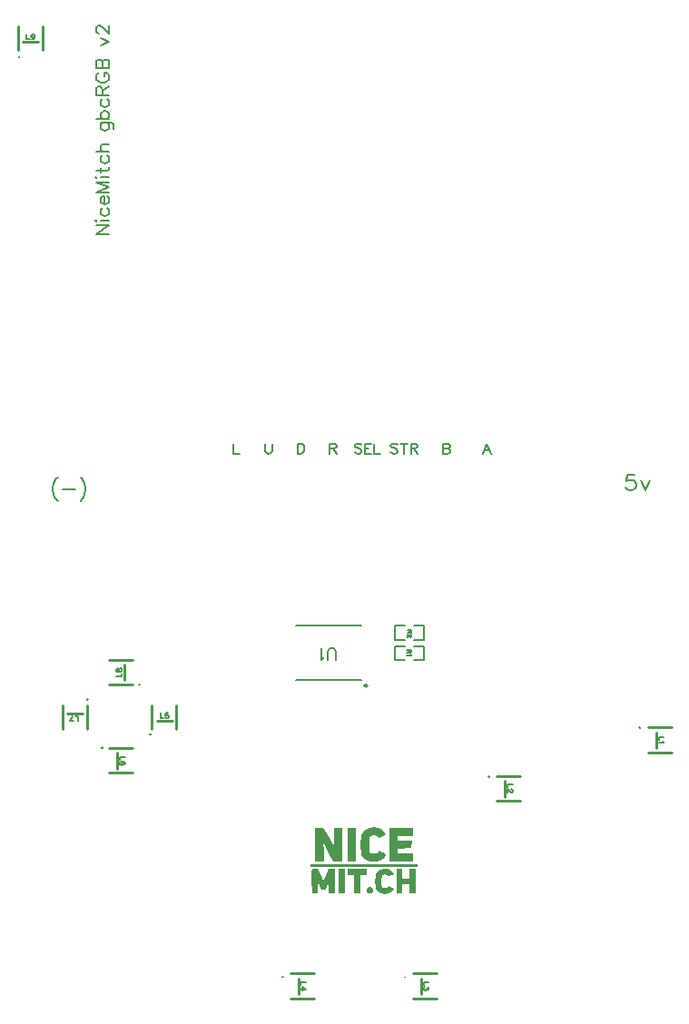
<source format=gto>
G04 Layer: TopSilkLayer*
G04 EasyEDA v6.4.25, 2021-10-22T16:38:50--7:00*
G04 a8c8939794724f679426a10ff434762e,1286d1f709c949e68cfeef46812bcf49,10*
G04 Gerber Generator version 0.2*
G04 Scale: 100 percent, Rotated: No, Reflected: No *
G04 Dimensions in millimeters *
G04 leading zeros omitted , absolute positions ,4 integer and 5 decimal *
%FSLAX45Y45*%
%MOMM*%

%ADD11C,0.2540*%
%ADD24C,0.1524*%
%ADD25C,0.2032*%
%ADD26C,0.1800*%
%ADD27C,0.1500*%

%LPD*%
G36*
X1792579Y1676806D02*
G01*
X1785366Y1676755D01*
X1778000Y1676400D01*
X1770938Y1675688D01*
X1764030Y1674622D01*
X1757172Y1673250D01*
X1750415Y1671472D01*
X1743862Y1669389D01*
X1737410Y1667002D01*
X1731162Y1664309D01*
X1725117Y1661363D01*
X1719275Y1658061D01*
X1713687Y1654556D01*
X1708302Y1650746D01*
X1703222Y1646732D01*
X1698396Y1642465D01*
X1693875Y1637995D01*
X1689709Y1633321D01*
X1685848Y1628444D01*
X1682343Y1623364D01*
X1679193Y1618132D01*
X1676501Y1612747D01*
X1674164Y1607210D01*
X1672386Y1600860D01*
X1670913Y1592224D01*
X1669694Y1581556D01*
X1668729Y1569313D01*
X1668018Y1555750D01*
X1667611Y1541221D01*
X1667510Y1510639D01*
X1668424Y1480362D01*
X1669237Y1466138D01*
X1670253Y1452981D01*
X1671523Y1441246D01*
X1673047Y1431290D01*
X1674723Y1423416D01*
X1676654Y1417980D01*
X1681683Y1409090D01*
X1687525Y1400860D01*
X1690725Y1397000D01*
X1697685Y1389837D01*
X1705254Y1383334D01*
X1713382Y1377594D01*
X1722069Y1372514D01*
X1731213Y1368094D01*
X1740662Y1364437D01*
X1750517Y1361490D01*
X1760575Y1359204D01*
X1770786Y1357630D01*
X1781149Y1356817D01*
X1786331Y1356614D01*
X1796745Y1356817D01*
X1807108Y1357731D01*
X1817319Y1359357D01*
X1827377Y1361694D01*
X1837131Y1364742D01*
X1846630Y1368501D01*
X1855724Y1373022D01*
X1864309Y1378204D01*
X1868474Y1381048D01*
X1876298Y1387297D01*
X1883511Y1394307D01*
X1890014Y1401978D01*
X1893011Y1406093D01*
X1895805Y1410411D01*
X1900580Y1418894D01*
X1902002Y1421892D01*
X1902155Y1424381D01*
X1900580Y1426718D01*
X1896922Y1429258D01*
X1890674Y1432458D01*
X1836674Y1457045D01*
X1829816Y1448358D01*
X1825904Y1444091D01*
X1821535Y1440434D01*
X1816658Y1437335D01*
X1811426Y1434846D01*
X1805889Y1432915D01*
X1800148Y1431544D01*
X1794306Y1430731D01*
X1788464Y1430477D01*
X1782673Y1430832D01*
X1777034Y1431747D01*
X1771650Y1433220D01*
X1766519Y1435252D01*
X1761845Y1437843D01*
X1757680Y1440992D01*
X1754124Y1444752D01*
X1751177Y1449019D01*
X1750466Y1451102D01*
X1749298Y1459433D01*
X1748332Y1472184D01*
X1747672Y1488236D01*
X1747266Y1506169D01*
X1747164Y1524812D01*
X1747316Y1542897D01*
X1747824Y1559052D01*
X1748586Y1572107D01*
X1749653Y1580743D01*
X1750364Y1583029D01*
X1752854Y1587296D01*
X1756105Y1591106D01*
X1759966Y1594358D01*
X1764436Y1597152D01*
X1769364Y1599387D01*
X1774647Y1601165D01*
X1780286Y1602333D01*
X1786128Y1603044D01*
X1792071Y1603197D01*
X1798066Y1602790D01*
X1804060Y1601876D01*
X1809902Y1600352D01*
X1815541Y1598320D01*
X1820875Y1595678D01*
X1825853Y1592478D01*
X1830324Y1588719D01*
X1839823Y1579575D01*
X1879396Y1595120D01*
X1891538Y1600098D01*
X1895602Y1602079D01*
X1898497Y1603959D01*
X1900275Y1605838D01*
X1901037Y1607870D01*
X1900885Y1610106D01*
X1899818Y1612798D01*
X1895602Y1619910D01*
X1888845Y1629968D01*
X1884934Y1635048D01*
X1880717Y1639874D01*
X1876298Y1644396D01*
X1871624Y1648663D01*
X1866747Y1652625D01*
X1861616Y1656283D01*
X1856282Y1659686D01*
X1850694Y1662785D01*
X1844954Y1665579D01*
X1839010Y1668068D01*
X1832914Y1670253D01*
X1826564Y1672132D01*
X1820113Y1673707D01*
X1813458Y1674977D01*
X1806651Y1675892D01*
X1799691Y1676501D01*
G37*
G36*
X1934870Y1672691D02*
G01*
X1934870Y1361135D01*
X2151888Y1361135D01*
X2151888Y1433931D01*
X2014067Y1433931D01*
X2014067Y1480413D01*
X2141626Y1481988D01*
X2143302Y1550416D01*
X2014067Y1550416D01*
X2014067Y1596999D01*
X2151888Y1596999D01*
X2151888Y1672691D01*
G37*
G36*
X1544878Y1672691D02*
G01*
X1544878Y1361135D01*
X1624025Y1361135D01*
X1624025Y1672691D01*
G37*
G36*
X1242822Y1672691D02*
G01*
X1242822Y1361135D01*
X1324914Y1361135D01*
X1324559Y1446276D01*
X1323746Y1471980D01*
X1323136Y1482953D01*
X1321358Y1502054D01*
X1316431Y1534312D01*
X1316126Y1537919D01*
X1316278Y1540002D01*
X1316786Y1540611D01*
X1317802Y1539697D01*
X1321308Y1533398D01*
X1332077Y1509420D01*
X1340713Y1491894D01*
X1352956Y1468628D01*
X1370990Y1436014D01*
X1414119Y1361135D01*
X1494993Y1361135D01*
X1494993Y1672691D01*
X1415846Y1672691D01*
X1415897Y1584147D01*
X1416405Y1554175D01*
X1417523Y1530959D01*
X1418285Y1521409D01*
X1419250Y1513078D01*
X1422755Y1491538D01*
X1423720Y1483156D01*
X1423619Y1481074D01*
X1423060Y1480515D01*
X1422095Y1481328D01*
X1420672Y1483664D01*
X1416354Y1492605D01*
X1406906Y1514398D01*
X1400606Y1528064D01*
X1393037Y1543202D01*
X1383131Y1561846D01*
X1351838Y1617675D01*
X1320546Y1672691D01*
G37*
G36*
X1201775Y1334922D02*
G01*
X1201775Y1311656D01*
X2201773Y1311656D01*
X2201773Y1334922D01*
G37*
G36*
X1892960Y1290777D02*
G01*
X1886457Y1290472D01*
X1879904Y1289812D01*
X1873300Y1288745D01*
X1866646Y1287272D01*
X1859991Y1285341D01*
X1854657Y1283512D01*
X1849526Y1281328D01*
X1844548Y1278839D01*
X1839772Y1276045D01*
X1835251Y1272997D01*
X1830933Y1269746D01*
X1826920Y1266190D01*
X1823161Y1262430D01*
X1819656Y1258468D01*
X1816557Y1254302D01*
X1813712Y1249934D01*
X1811274Y1245412D01*
X1810004Y1242314D01*
X1808835Y1238504D01*
X1806854Y1228801D01*
X1805330Y1216863D01*
X1804263Y1203248D01*
X1803603Y1188567D01*
X1803349Y1173276D01*
X1803603Y1157986D01*
X1804263Y1143254D01*
X1805381Y1129690D01*
X1806905Y1117803D01*
X1808886Y1108100D01*
X1810054Y1104290D01*
X1811324Y1101242D01*
X1813763Y1096772D01*
X1816506Y1092555D01*
X1819554Y1088542D01*
X1822805Y1084732D01*
X1826361Y1081227D01*
X1830120Y1077925D01*
X1834083Y1074826D01*
X1842566Y1069441D01*
X1847088Y1067054D01*
X1856536Y1063091D01*
X1861413Y1061466D01*
X1871522Y1058926D01*
X1881886Y1057402D01*
X1892350Y1056843D01*
X1902866Y1057249D01*
X1913229Y1058722D01*
X1918360Y1059789D01*
X1928266Y1062736D01*
X1937816Y1066698D01*
X1946706Y1071676D01*
X1950923Y1074572D01*
X1954936Y1077722D01*
X1958746Y1081074D01*
X1962353Y1084732D01*
X1965706Y1088694D01*
X1972056Y1097788D01*
X1974138Y1101648D01*
X1974900Y1104747D01*
X1974138Y1107440D01*
X1971700Y1109980D01*
X1967331Y1112621D01*
X1960880Y1115771D01*
X1928571Y1129944D01*
X1918360Y1120343D01*
X1914194Y1117092D01*
X1909622Y1114501D01*
X1904695Y1112621D01*
X1899513Y1111453D01*
X1894281Y1110894D01*
X1889048Y1111046D01*
X1883918Y1111859D01*
X1879092Y1113282D01*
X1874621Y1115314D01*
X1870608Y1118006D01*
X1867255Y1121257D01*
X1864614Y1125118D01*
X1863547Y1128064D01*
X1862683Y1132382D01*
X1861972Y1137920D01*
X1861210Y1151737D01*
X1861057Y1167841D01*
X1861566Y1184706D01*
X1862632Y1200556D01*
X1864258Y1213866D01*
X1865274Y1218996D01*
X1866392Y1222857D01*
X1867611Y1225296D01*
X1871116Y1229004D01*
X1875129Y1232052D01*
X1879549Y1234440D01*
X1884324Y1236167D01*
X1889353Y1237234D01*
X1894484Y1237589D01*
X1899666Y1237335D01*
X1904796Y1236370D01*
X1909825Y1234795D01*
X1914601Y1232509D01*
X1919020Y1229563D01*
X1922983Y1225905D01*
X1929587Y1218946D01*
X1959457Y1231493D01*
X1966112Y1234541D01*
X1970684Y1237030D01*
X1973427Y1239316D01*
X1974545Y1241653D01*
X1974240Y1244295D01*
X1972767Y1247495D01*
X1970328Y1251559D01*
X1966975Y1256487D01*
X1963318Y1261160D01*
X1959305Y1265478D01*
X1954987Y1269492D01*
X1950415Y1273149D01*
X1945538Y1276502D01*
X1940458Y1279499D01*
X1935124Y1282192D01*
X1929587Y1284478D01*
X1923846Y1286459D01*
X1917954Y1288084D01*
X1911908Y1289304D01*
X1905711Y1290167D01*
X1899412Y1290675D01*
G37*
G36*
X1999386Y1288338D02*
G01*
X1999386Y1058316D01*
X2058060Y1058316D01*
X2058060Y1145692D01*
X2122424Y1145692D01*
X2124049Y1059789D01*
X2181250Y1058113D01*
X2181250Y1288338D01*
X2122576Y1288338D01*
X2122576Y1201013D01*
X2058060Y1201013D01*
X2058060Y1288338D01*
G37*
G36*
X1541932Y1288338D02*
G01*
X1541932Y1233017D01*
X1603502Y1233017D01*
X1603502Y1058316D01*
X1662175Y1058316D01*
X1662175Y1233017D01*
X1723745Y1233017D01*
X1723745Y1288338D01*
G37*
G36*
X1462735Y1288338D02*
G01*
X1462735Y1058113D01*
X1519936Y1059789D01*
X1521460Y1288338D01*
G37*
G36*
X1367129Y1288338D02*
G01*
X1330147Y1202385D01*
X1326286Y1194257D01*
X1322984Y1188872D01*
X1321511Y1187145D01*
X1320088Y1186129D01*
X1318666Y1185824D01*
X1317294Y1186129D01*
X1315872Y1187145D01*
X1314399Y1188821D01*
X1311148Y1194257D01*
X1307338Y1202334D01*
X1270660Y1288237D01*
X1228852Y1288135D01*
X1219708Y1287475D01*
X1214170Y1286357D01*
X1211884Y1284681D01*
X1211478Y1277874D01*
X1211224Y1261110D01*
X1211072Y1205484D01*
X1212037Y1059789D01*
X1269847Y1058113D01*
X1268577Y1124356D01*
X1268374Y1158595D01*
X1268526Y1166571D01*
X1268730Y1167485D01*
X1273556Y1156258D01*
X1297940Y1094740D01*
X1338630Y1093012D01*
X1362811Y1154582D01*
X1367231Y1165047D01*
X1369872Y1170736D01*
X1370330Y1171346D01*
X1370482Y1169009D01*
X1369618Y1155344D01*
X1368298Y1140053D01*
X1367383Y1126490D01*
X1366672Y1111351D01*
X1366266Y1096416D01*
X1365961Y1058316D01*
X1424635Y1058316D01*
X1424635Y1288338D01*
G37*
G36*
X1751584Y1121968D02*
G01*
X1745589Y1121359D01*
X1739544Y1119530D01*
X1734057Y1116431D01*
X1729435Y1112113D01*
X1725675Y1106779D01*
X1722932Y1100683D01*
X1721357Y1094232D01*
X1720900Y1087526D01*
X1721815Y1081024D01*
X1724101Y1074877D01*
X1726895Y1070406D01*
X1730248Y1066647D01*
X1734108Y1063599D01*
X1738325Y1061262D01*
X1742846Y1059637D01*
X1747520Y1058672D01*
X1752295Y1058367D01*
X1757070Y1058722D01*
X1761743Y1059688D01*
X1766265Y1061313D01*
X1770481Y1063498D01*
X1774342Y1066342D01*
X1777695Y1069746D01*
X1780539Y1073708D01*
X1782673Y1078230D01*
X1784096Y1083310D01*
X1784705Y1089558D01*
X1784146Y1095502D01*
X1782572Y1101039D01*
X1780082Y1106170D01*
X1776730Y1110691D01*
X1772716Y1114602D01*
X1768043Y1117752D01*
X1762912Y1120089D01*
X1757375Y1121562D01*
G37*
D25*
X4221988Y4964684D02*
G01*
X4153915Y4964684D01*
X4147058Y4903215D01*
X4153915Y4910073D01*
X4174236Y4916931D01*
X4194809Y4916931D01*
X4215129Y4910073D01*
X4228845Y4896357D01*
X4235704Y4876037D01*
X4235704Y4862321D01*
X4228845Y4842002D01*
X4215129Y4828286D01*
X4194809Y4821428D01*
X4174236Y4821428D01*
X4153915Y4828286D01*
X4147058Y4835144D01*
X4140200Y4848860D01*
X4280661Y4916931D02*
G01*
X4321556Y4821428D01*
X4362450Y4916931D02*
G01*
X4321556Y4821428D01*
X-1158747Y4941062D02*
G01*
X-1172463Y4927600D01*
X-1185926Y4907026D01*
X-1199642Y4879847D01*
X-1206500Y4845557D01*
X-1206500Y4818379D01*
X-1199642Y4784344D01*
X-1185926Y4757165D01*
X-1172463Y4736592D01*
X-1158747Y4722876D01*
X-1113789Y4832095D02*
G01*
X-991107Y4832095D01*
X-946150Y4941062D02*
G01*
X-932434Y4927600D01*
X-918718Y4907026D01*
X-905255Y4879847D01*
X-898397Y4845557D01*
X-898397Y4818379D01*
X-905255Y4784344D01*
X-918718Y4757165D01*
X-932434Y4736592D01*
X-946150Y4722876D01*
X-801156Y7207514D02*
G01*
X-677204Y7207514D01*
X-801156Y7207514D02*
G01*
X-677204Y7290064D01*
X-801156Y7290064D02*
G01*
X-677204Y7290064D01*
X-801156Y7329180D02*
G01*
X-795314Y7335022D01*
X-801156Y7341118D01*
X-806998Y7335022D01*
X-801156Y7329180D01*
X-759754Y7335022D02*
G01*
X-677204Y7335022D01*
X-741974Y7450846D02*
G01*
X-753912Y7439162D01*
X-759754Y7427224D01*
X-759754Y7409444D01*
X-753912Y7397760D01*
X-741974Y7385822D01*
X-724448Y7379980D01*
X-712510Y7379980D01*
X-694730Y7385822D01*
X-683046Y7397760D01*
X-677204Y7409444D01*
X-677204Y7427224D01*
X-683046Y7439162D01*
X-694730Y7450846D01*
X-724448Y7489962D02*
G01*
X-724448Y7560828D01*
X-736132Y7560828D01*
X-748070Y7554986D01*
X-753912Y7548890D01*
X-759754Y7537206D01*
X-759754Y7519426D01*
X-753912Y7507742D01*
X-741974Y7495804D01*
X-724448Y7489962D01*
X-712510Y7489962D01*
X-694730Y7495804D01*
X-683046Y7507742D01*
X-677204Y7519426D01*
X-677204Y7537206D01*
X-683046Y7548890D01*
X-694730Y7560828D01*
X-801156Y7599690D02*
G01*
X-677204Y7599690D01*
X-801156Y7599690D02*
G01*
X-677204Y7647188D01*
X-801156Y7694432D02*
G01*
X-677204Y7647188D01*
X-801156Y7694432D02*
G01*
X-677204Y7694432D01*
X-801156Y7733294D02*
G01*
X-795314Y7739390D01*
X-801156Y7745232D01*
X-806998Y7739390D01*
X-801156Y7733294D01*
X-759754Y7739390D02*
G01*
X-677204Y7739390D01*
X-801156Y7801874D02*
G01*
X-700826Y7801874D01*
X-683046Y7807716D01*
X-677204Y7819654D01*
X-677204Y7831338D01*
X-759754Y7784094D02*
G01*
X-759754Y7825496D01*
X-741974Y7941320D02*
G01*
X-753912Y7929636D01*
X-759754Y7917698D01*
X-759754Y7899918D01*
X-753912Y7888234D01*
X-741974Y7876296D01*
X-724448Y7870454D01*
X-712510Y7870454D01*
X-694730Y7876296D01*
X-683046Y7888234D01*
X-677204Y7899918D01*
X-677204Y7917698D01*
X-683046Y7929636D01*
X-694730Y7941320D01*
X-801156Y7980436D02*
G01*
X-677204Y7980436D01*
X-736132Y7980436D02*
G01*
X-753912Y7998216D01*
X-759754Y8009900D01*
X-759754Y8027680D01*
X-753912Y8039364D01*
X-736132Y8045460D01*
X-677204Y8045460D01*
X-759754Y8246374D02*
G01*
X-665266Y8246374D01*
X-647486Y8240278D01*
X-641644Y8234436D01*
X-635802Y8222752D01*
X-635802Y8204972D01*
X-641644Y8193034D01*
X-741974Y8246374D02*
G01*
X-753912Y8234436D01*
X-759754Y8222752D01*
X-759754Y8204972D01*
X-753912Y8193034D01*
X-741974Y8181350D01*
X-724448Y8175254D01*
X-712510Y8175254D01*
X-694730Y8181350D01*
X-683046Y8193034D01*
X-677204Y8204972D01*
X-677204Y8222752D01*
X-683046Y8234436D01*
X-694730Y8246374D01*
X-801156Y8285236D02*
G01*
X-677204Y8285236D01*
X-741974Y8285236D02*
G01*
X-753912Y8297174D01*
X-759754Y8308858D01*
X-759754Y8326638D01*
X-753912Y8338576D01*
X-741974Y8350260D01*
X-724448Y8356102D01*
X-712510Y8356102D01*
X-694730Y8350260D01*
X-683046Y8338576D01*
X-677204Y8326638D01*
X-677204Y8308858D01*
X-683046Y8297174D01*
X-694730Y8285236D01*
X-741974Y8466084D02*
G01*
X-753912Y8454146D01*
X-759754Y8442462D01*
X-759754Y8424682D01*
X-753912Y8412998D01*
X-741974Y8401060D01*
X-724448Y8395218D01*
X-712510Y8395218D01*
X-694730Y8401060D01*
X-683046Y8412998D01*
X-677204Y8424682D01*
X-677204Y8442462D01*
X-683046Y8454146D01*
X-694730Y8466084D01*
X-801156Y8505200D02*
G01*
X-677204Y8505200D01*
X-801156Y8505200D02*
G01*
X-801156Y8558286D01*
X-795314Y8576066D01*
X-789472Y8581908D01*
X-777534Y8587750D01*
X-765850Y8587750D01*
X-753912Y8581908D01*
X-748070Y8576066D01*
X-741974Y8558286D01*
X-741974Y8505200D01*
X-741974Y8546348D02*
G01*
X-677204Y8587750D01*
X-771692Y8715512D02*
G01*
X-783376Y8709670D01*
X-795314Y8697732D01*
X-801156Y8685794D01*
X-801156Y8662172D01*
X-795314Y8650488D01*
X-783376Y8638550D01*
X-771692Y8632708D01*
X-753912Y8626866D01*
X-724448Y8626866D01*
X-706668Y8632708D01*
X-694730Y8638550D01*
X-683046Y8650488D01*
X-677204Y8662172D01*
X-677204Y8685794D01*
X-683046Y8697732D01*
X-694730Y8709670D01*
X-706668Y8715512D01*
X-724448Y8715512D01*
X-724448Y8685794D02*
G01*
X-724448Y8715512D01*
X-801156Y8754374D02*
G01*
X-677204Y8754374D01*
X-801156Y8754374D02*
G01*
X-801156Y8807714D01*
X-795314Y8825240D01*
X-789472Y8831336D01*
X-777534Y8837178D01*
X-765850Y8837178D01*
X-753912Y8831336D01*
X-748070Y8825240D01*
X-741974Y8807714D01*
X-741974Y8754374D02*
G01*
X-741974Y8807714D01*
X-736132Y8825240D01*
X-730290Y8831336D01*
X-718352Y8837178D01*
X-700826Y8837178D01*
X-688888Y8831336D01*
X-683046Y8825240D01*
X-677204Y8807714D01*
X-677204Y8754374D01*
X-759754Y8967226D02*
G01*
X-677204Y9002532D01*
X-759754Y9038092D02*
G01*
X-677204Y9002532D01*
X-771692Y9083050D02*
G01*
X-777534Y9083050D01*
X-789472Y9088892D01*
X-795314Y9094734D01*
X-801156Y9106672D01*
X-801156Y9130294D01*
X-795314Y9141978D01*
X-789472Y9148074D01*
X-777534Y9153916D01*
X-765850Y9153916D01*
X-753912Y9148074D01*
X-736132Y9136136D01*
X-677204Y9077208D01*
X-677204Y9159758D01*
D26*
X482600Y5256529D02*
G01*
X482600Y5161534D01*
X482600Y5161534D02*
G01*
X536955Y5161534D01*
X775715Y5256529D02*
G01*
X775715Y5188712D01*
X780287Y5175250D01*
X789178Y5166105D01*
X802894Y5161534D01*
X811784Y5161534D01*
X825500Y5166105D01*
X834389Y5175250D01*
X838962Y5188712D01*
X838962Y5256529D01*
X1077721Y5256529D02*
G01*
X1077721Y5161534D01*
X1077721Y5256529D02*
G01*
X1109471Y5256529D01*
X1122934Y5251957D01*
X1132078Y5243068D01*
X1136650Y5233923D01*
X1141221Y5220462D01*
X1141221Y5197855D01*
X1136650Y5184139D01*
X1132078Y5175250D01*
X1122934Y5166105D01*
X1109471Y5161534D01*
X1077721Y5161534D01*
X1379981Y5256529D02*
G01*
X1379981Y5161534D01*
X1379981Y5256529D02*
G01*
X1420621Y5256529D01*
X1434084Y5251957D01*
X1438655Y5247639D01*
X1443228Y5238495D01*
X1443228Y5229352D01*
X1438655Y5220462D01*
X1434084Y5215889D01*
X1420621Y5211318D01*
X1379981Y5211318D01*
X1411478Y5211318D02*
G01*
X1443228Y5161534D01*
X1675637Y5243068D02*
G01*
X1666747Y5251957D01*
X1653031Y5256529D01*
X1634997Y5256529D01*
X1621536Y5251957D01*
X1612392Y5243068D01*
X1612392Y5233923D01*
X1616963Y5225034D01*
X1621536Y5220462D01*
X1630426Y5215889D01*
X1657604Y5206745D01*
X1666747Y5202428D01*
X1671065Y5197855D01*
X1675637Y5188712D01*
X1675637Y5175250D01*
X1666747Y5166105D01*
X1653031Y5161534D01*
X1634997Y5161534D01*
X1621536Y5166105D01*
X1612392Y5175250D01*
X1705610Y5256529D02*
G01*
X1705610Y5161534D01*
X1705610Y5256529D02*
G01*
X1764284Y5256529D01*
X1705610Y5211318D02*
G01*
X1741678Y5211318D01*
X1705610Y5161534D02*
G01*
X1764284Y5161534D01*
X1794255Y5256529D02*
G01*
X1794255Y5161534D01*
X1794255Y5161534D02*
G01*
X1848357Y5161534D01*
X2011172Y5243068D02*
G01*
X2002281Y5251957D01*
X1988565Y5256529D01*
X1970531Y5256529D01*
X1957070Y5251957D01*
X1947925Y5243068D01*
X1947925Y5233923D01*
X1952497Y5225034D01*
X1957070Y5220462D01*
X1965959Y5215889D01*
X1993138Y5206745D01*
X2002281Y5202428D01*
X2006854Y5197855D01*
X2011172Y5188712D01*
X2011172Y5175250D01*
X2002281Y5166105D01*
X1988565Y5161534D01*
X1970531Y5161534D01*
X1957070Y5166105D01*
X1947925Y5175250D01*
X2072893Y5256529D02*
G01*
X2072893Y5161534D01*
X2041143Y5256529D02*
G01*
X2104390Y5256529D01*
X2134361Y5256529D02*
G01*
X2134361Y5161534D01*
X2134361Y5256529D02*
G01*
X2175002Y5256529D01*
X2188463Y5251957D01*
X2193036Y5247639D01*
X2197608Y5238495D01*
X2197608Y5229352D01*
X2193036Y5220462D01*
X2188463Y5215889D01*
X2175002Y5211318D01*
X2134361Y5211318D01*
X2165858Y5211318D02*
G01*
X2197608Y5161534D01*
X2436368Y5256529D02*
G01*
X2436368Y5161534D01*
X2436368Y5256529D02*
G01*
X2477008Y5256529D01*
X2490724Y5251957D01*
X2495295Y5247639D01*
X2499613Y5238495D01*
X2499613Y5229352D01*
X2495295Y5220462D01*
X2490724Y5215889D01*
X2477008Y5211318D01*
X2436368Y5211318D02*
G01*
X2477008Y5211318D01*
X2490724Y5206745D01*
X2495295Y5202428D01*
X2499613Y5193284D01*
X2499613Y5179821D01*
X2495295Y5170678D01*
X2490724Y5166105D01*
X2477008Y5161534D01*
X2436368Y5161534D01*
X2844291Y5256529D02*
G01*
X2808224Y5161534D01*
X2844291Y5256529D02*
G01*
X2880613Y5161534D01*
X2821686Y5193284D02*
G01*
X2866897Y5193284D01*
D24*
X2139975Y3514194D02*
G01*
X2101875Y3514194D01*
X2139975Y3514194D02*
G01*
X2139975Y3497938D01*
X2138197Y3492350D01*
X2136419Y3490572D01*
X2132863Y3488794D01*
X2129053Y3488794D01*
X2125497Y3490572D01*
X2123719Y3492350D01*
X2121941Y3497938D01*
X2121941Y3514194D01*
X2121941Y3501494D02*
G01*
X2101875Y3488794D01*
X2131085Y3474824D02*
G01*
X2132863Y3474824D01*
X2136419Y3473046D01*
X2138197Y3471268D01*
X2139975Y3467712D01*
X2139975Y3460346D01*
X2138197Y3456790D01*
X2136419Y3455012D01*
X2132863Y3452980D01*
X2129053Y3452980D01*
X2125497Y3455012D01*
X2120163Y3458568D01*
X2101875Y3476856D01*
X2101875Y3451202D01*
X4496335Y2517300D02*
G01*
X4448583Y2517300D01*
X4448583Y2517300D02*
G01*
X4448583Y2490122D01*
X4487191Y2475136D02*
G01*
X4489477Y2470564D01*
X4496335Y2463706D01*
X4448583Y2463706D01*
D27*
X4270801Y2607040D02*
G01*
X4274357Y2610342D01*
X4270801Y2613898D01*
X4267499Y2610342D01*
X4270801Y2607040D01*
D24*
X3084631Y2076180D02*
G01*
X3037133Y2076180D01*
X3037133Y2076180D02*
G01*
X3037133Y2048748D01*
X3073455Y2031476D02*
G01*
X3075741Y2031476D01*
X3080313Y2029190D01*
X3082345Y2026904D01*
X3084631Y2022586D01*
X3084631Y2013442D01*
X3082345Y2008870D01*
X3080313Y2006584D01*
X3075741Y2004298D01*
X3071169Y2004298D01*
X3066597Y2006584D01*
X3059739Y2011156D01*
X3037133Y2033762D01*
X3037133Y2002012D01*
D27*
X2863540Y2147813D02*
G01*
X2867096Y2151369D01*
X2863540Y2154671D01*
X2860238Y2151369D01*
X2863540Y2147813D01*
D24*
X2301300Y232951D02*
G01*
X2253548Y232951D01*
X2253548Y232951D02*
G01*
X2253548Y205773D01*
X2301300Y186215D02*
G01*
X2301300Y161069D01*
X2283012Y174785D01*
X2283012Y167927D01*
X2280980Y163355D01*
X2278694Y161069D01*
X2271836Y159037D01*
X2267264Y159037D01*
X2260406Y161069D01*
X2255834Y165641D01*
X2253548Y172499D01*
X2253548Y179357D01*
X2255834Y186215D01*
X2258120Y188501D01*
X2262692Y190787D01*
D27*
X2083231Y282674D02*
G01*
X2079675Y285976D01*
X2076373Y282674D01*
X2079675Y279118D01*
X2083231Y282674D01*
D24*
X1157544Y231998D02*
G01*
X1109792Y231998D01*
X1109792Y231998D02*
G01*
X1109792Y204820D01*
X1157544Y166974D02*
G01*
X1125540Y189834D01*
X1125540Y155544D01*
X1157544Y166974D02*
G01*
X1109792Y166974D01*
D27*
X938697Y279915D02*
G01*
X941999Y283217D01*
X938697Y286773D01*
X935141Y283217D01*
X938697Y279915D01*
D24*
X-198074Y2743441D02*
G01*
X-198074Y2695689D01*
X-198074Y2695689D02*
G01*
X-170642Y2695689D01*
X-128478Y2743441D02*
G01*
X-151084Y2743441D01*
X-153370Y2723121D01*
X-151084Y2725153D01*
X-144480Y2727439D01*
X-137622Y2727439D01*
X-130764Y2725153D01*
X-126192Y2720835D01*
X-123906Y2713977D01*
X-123906Y2709405D01*
X-126192Y2702547D01*
X-130764Y2697975D01*
X-137622Y2695689D01*
X-144480Y2695689D01*
X-151084Y2697975D01*
X-153370Y2700261D01*
X-155656Y2704833D01*
D27*
X-291917Y2545669D02*
G01*
X-295219Y2548971D01*
X-298775Y2545669D01*
X-295219Y2542113D01*
X-291917Y2545669D01*
D24*
X-531413Y2330693D02*
G01*
X-579165Y2330693D01*
X-579165Y2330693D02*
G01*
X-579165Y2303261D01*
X-538271Y2261097D02*
G01*
X-533699Y2263383D01*
X-531413Y2270241D01*
X-531413Y2274813D01*
X-533699Y2281671D01*
X-540557Y2285989D01*
X-551987Y2288275D01*
X-563417Y2288275D01*
X-572307Y2285989D01*
X-576879Y2281671D01*
X-579165Y2274813D01*
X-579165Y2272527D01*
X-576879Y2265669D01*
X-572307Y2261097D01*
X-565703Y2258811D01*
X-563417Y2258811D01*
X-556559Y2261097D01*
X-551987Y2265669D01*
X-549701Y2272527D01*
X-549701Y2274813D01*
X-551987Y2281671D01*
X-556559Y2285989D01*
X-563417Y2288275D01*
D27*
X-745530Y2414965D02*
G01*
X-741974Y2418267D01*
X-745530Y2421569D01*
X-748832Y2418267D01*
X-745530Y2414965D01*
D24*
X-967933Y2666839D02*
G01*
X-967933Y2714337D01*
X-967933Y2714337D02*
G01*
X-995365Y2714337D01*
X-1042101Y2666839D02*
G01*
X-1019495Y2714337D01*
X-1010351Y2666839D02*
G01*
X-1042101Y2666839D01*
D27*
X-886587Y2872145D02*
G01*
X-883030Y2868843D01*
X-879729Y2872145D01*
X-883030Y2875701D01*
X-886587Y2872145D01*
D24*
X-610417Y3085891D02*
G01*
X-562665Y3085891D01*
X-562665Y3085891D02*
G01*
X-562665Y3113323D01*
X-610417Y3139739D02*
G01*
X-608131Y3132881D01*
X-603559Y3130595D01*
X-598987Y3130595D01*
X-594669Y3132881D01*
X-592383Y3137453D01*
X-590097Y3146343D01*
X-587811Y3153201D01*
X-583239Y3157773D01*
X-578667Y3160059D01*
X-571809Y3160059D01*
X-567237Y3157773D01*
X-564951Y3155487D01*
X-562665Y3148629D01*
X-562665Y3139739D01*
X-564951Y3132881D01*
X-567237Y3130595D01*
X-571809Y3128309D01*
X-578667Y3128309D01*
X-583239Y3130595D01*
X-587811Y3135167D01*
X-590097Y3142025D01*
X-592383Y3150915D01*
X-594669Y3155487D01*
X-598987Y3157773D01*
X-603559Y3157773D01*
X-608131Y3155487D01*
X-610417Y3148629D01*
X-610417Y3139739D01*
D27*
X-394596Y3012041D02*
G01*
X-397898Y3008739D01*
X-394596Y3005437D01*
X-391294Y3008739D01*
X-394596Y3012041D01*
D24*
X-1448495Y9073837D02*
G01*
X-1448495Y9026085D01*
X-1448495Y9026085D02*
G01*
X-1421063Y9026085D01*
X-1376613Y9057835D02*
G01*
X-1378899Y9050977D01*
X-1383471Y9046405D01*
X-1390329Y9044119D01*
X-1392361Y9044119D01*
X-1399219Y9046405D01*
X-1403791Y9050977D01*
X-1406077Y9057835D01*
X-1406077Y9060121D01*
X-1403791Y9066979D01*
X-1399219Y9071551D01*
X-1392361Y9073837D01*
X-1390329Y9073837D01*
X-1383471Y9071551D01*
X-1378899Y9066979D01*
X-1376613Y9057835D01*
X-1376613Y9046405D01*
X-1378899Y9035229D01*
X-1383471Y9028371D01*
X-1390329Y9026085D01*
X-1394647Y9026085D01*
X-1401505Y9028371D01*
X-1403791Y9032943D01*
D27*
X-1515607Y8861292D02*
G01*
X-1518909Y8864594D01*
X-1522465Y8861292D01*
X-1518909Y8857736D01*
X-1515607Y8861292D01*
D24*
X2135926Y3327283D02*
G01*
X2097572Y3327283D01*
X2135926Y3327283D02*
G01*
X2135926Y3311027D01*
X2134148Y3305693D01*
X2132116Y3303661D01*
X2128560Y3301883D01*
X2125004Y3301883D01*
X2121448Y3303661D01*
X2119416Y3305693D01*
X2117638Y3311027D01*
X2117638Y3327283D01*
X2117638Y3314583D02*
G01*
X2097572Y3301883D01*
X2128560Y3289945D02*
G01*
X2130338Y3286389D01*
X2135926Y3280801D01*
X2097572Y3280801D01*
X1432278Y3239874D02*
G01*
X1432278Y3317852D01*
X1427198Y3333346D01*
X1416784Y3343760D01*
X1401036Y3348840D01*
X1390622Y3348840D01*
X1375128Y3343760D01*
X1364714Y3333346D01*
X1359634Y3317852D01*
X1359634Y3239874D01*
X1325344Y3260702D02*
G01*
X1314930Y3255368D01*
X1299182Y3239874D01*
X1299182Y3348840D01*
X2163521Y3426439D02*
G01*
X2259408Y3426439D01*
X2259408Y3558560D01*
X2163521Y3558560D01*
X2078278Y3426439D02*
G01*
X1982391Y3426439D01*
X1982391Y3558560D01*
X2078278Y3558560D01*
D11*
X4567991Y2377993D02*
G01*
X4347989Y2377993D01*
X4422990Y2417996D02*
G01*
X4422990Y2562994D01*
X4567994Y2607995D02*
G01*
X4347992Y2607995D01*
X3156993Y1922995D02*
G01*
X2936991Y1922995D01*
X3011992Y1962998D02*
G01*
X3011992Y2107996D01*
X3156996Y2152997D02*
G01*
X2936994Y2152997D01*
X2374996Y82999D02*
G01*
X2154994Y82999D01*
X2229995Y123002D02*
G01*
X2229995Y268000D01*
X2374999Y313001D02*
G01*
X2154996Y313001D01*
X1230998Y83997D02*
G01*
X1010996Y83997D01*
X1085997Y124000D02*
G01*
X1085997Y268998D01*
X1231000Y313999D02*
G01*
X1010998Y313999D01*
X-50998Y2817995D02*
G01*
X-50998Y2597993D01*
X-91000Y2672994D02*
G01*
X-235999Y2672994D01*
X-281000Y2817997D02*
G01*
X-281000Y2597995D01*
X-459999Y2185995D02*
G01*
X-680001Y2185995D01*
X-605000Y2225997D02*
G01*
X-605000Y2370996D01*
X-459996Y2415997D02*
G01*
X-679998Y2415997D01*
X-1113000Y2591993D02*
G01*
X-1113000Y2811995D01*
X-1072997Y2736994D02*
G01*
X-927999Y2736994D01*
X-882997Y2591991D02*
G01*
X-882997Y2811993D01*
X-679998Y3238995D02*
G01*
X-459996Y3238995D01*
X-534997Y3198992D02*
G01*
X-534997Y3053994D01*
X-680001Y3008993D02*
G01*
X-459999Y3008993D01*
X-1300995Y9145981D02*
G01*
X-1300995Y8925979D01*
X-1340998Y9000980D02*
G01*
X-1485996Y9000980D01*
X-1530997Y9145983D02*
G01*
X-1530997Y8925981D01*
D24*
X2163521Y3235939D02*
G01*
X2259408Y3235939D01*
X2259408Y3368060D01*
X2163521Y3368060D01*
X2078278Y3235939D02*
G01*
X1982391Y3235939D01*
X1982391Y3368060D01*
X2078278Y3368060D01*
D25*
X1066800Y3048000D02*
G01*
X1676400Y3048000D01*
X1676400Y3556000D02*
G01*
X1066800Y3556000D01*
D11*
G75*
G01*
X1701800Y2997200D02*
G03*
X1701800Y2997759I12697J279D01*
M02*

</source>
